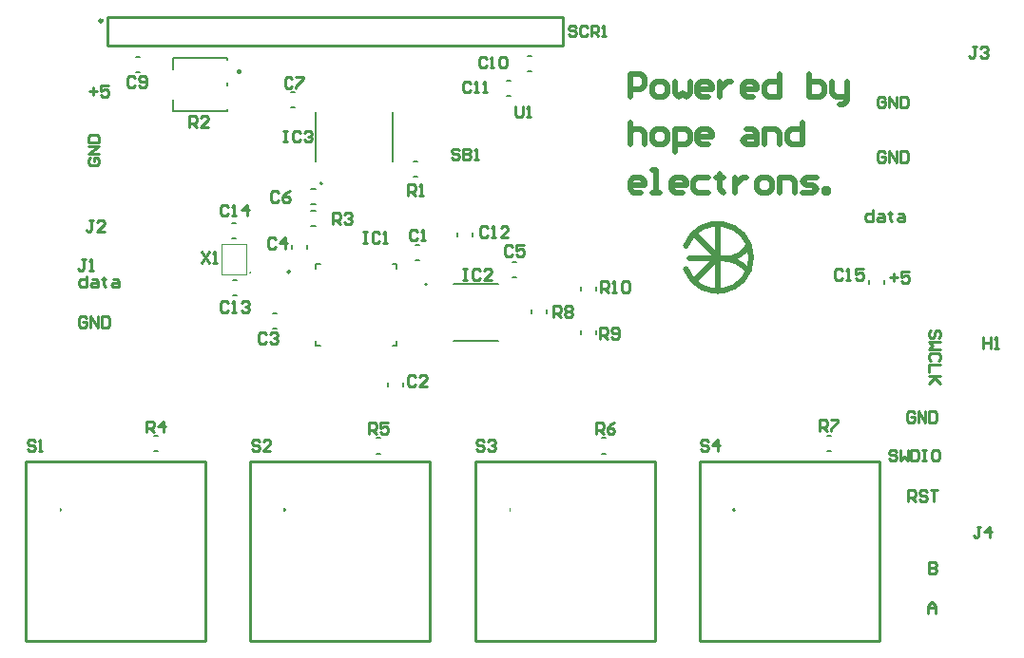
<source format=gto>
G04*
G04 #@! TF.GenerationSoftware,Altium Limited,Altium Designer,25.4.2 (15)*
G04*
G04 Layer_Color=65535*
%FSLAX44Y44*%
%MOMM*%
G71*
G04*
G04 #@! TF.SameCoordinates,E3562E81-9C74-4326-8BCA-3B8FE58CD66A*
G04*
G04*
G04 #@! TF.FilePolarity,Positive*
G04*
G01*
G75*
%ADD10C,0.3000*%
%ADD11C,0.2000*%
%ADD12C,0.5000*%
%ADD13C,0.4000*%
%ADD14C,0.1000*%
%ADD15C,0.1270*%
%ADD16C,0.2540*%
D10*
X88000Y573000D02*
G03*
X88000Y573000I-1000J0D01*
G01*
X50471Y136830D02*
G03*
X50471Y136830I-1J0D01*
G01*
X250471D02*
G03*
X250471Y136830I-1J0D01*
G01*
X450471D02*
G03*
X450471Y136830I-1J0D01*
G01*
X650471D02*
G03*
X650471Y136830I-1J0D01*
G01*
D11*
X220100Y348400D02*
G03*
X220100Y348400I-500J0D01*
G01*
X377550Y337950D02*
G03*
X377550Y337950I-1000J0D01*
G01*
X255770Y349230D02*
G03*
X255770Y349230I-1500J0D01*
G01*
X284020Y427830D02*
G03*
X284020Y427830I-1000J0D01*
G01*
X151000Y492270D02*
X199000D01*
Y538020D02*
Y540270D01*
Y515020D02*
Y517520D01*
Y492270D02*
Y494520D01*
X151000Y540270D02*
X199000D01*
X151000Y530020D02*
Y540270D01*
Y492270D02*
Y502520D01*
D12*
X644000Y361000D02*
G03*
X663060Y372004I0J22008D01*
G01*
X663426Y349741D02*
G03*
X640000Y361000I-23426J-18741D01*
G01*
X607809Y351739D02*
G03*
X607809Y372261I28191J10261D01*
G01*
X635000Y361000D02*
X644000D01*
X611000D02*
X636000D01*
X615000Y341000D02*
X636000Y362000D01*
Y362000D01*
Y361000D02*
Y362000D01*
X615000Y383000D02*
X636000Y362000D01*
Y332000D02*
Y392000D01*
X558000Y505313D02*
Y525307D01*
X567997D01*
X571329Y521975D01*
Y515310D01*
X567997Y511978D01*
X558000D01*
X581326Y505313D02*
X587990D01*
X591323Y508646D01*
Y515310D01*
X587990Y518643D01*
X581326D01*
X577994Y515310D01*
Y508646D01*
X581326Y505313D01*
X597987Y518643D02*
Y508646D01*
X601319Y505313D01*
X604652Y508646D01*
X607984Y505313D01*
X611316Y508646D01*
Y518643D01*
X627977Y505313D02*
X621313D01*
X617981Y508646D01*
Y515310D01*
X621313Y518643D01*
X627977D01*
X631310Y515310D01*
Y511978D01*
X617981D01*
X637974Y518643D02*
Y505313D01*
Y511978D01*
X641307Y515310D01*
X644639Y518643D01*
X647971D01*
X667965Y505313D02*
X661300D01*
X657968Y508646D01*
Y515310D01*
X661300Y518643D01*
X667965D01*
X671297Y515310D01*
Y511978D01*
X657968D01*
X691290Y525307D02*
Y505313D01*
X681294D01*
X677961Y508646D01*
Y515310D01*
X681294Y518643D01*
X691290D01*
X717949Y525307D02*
Y505313D01*
X727945D01*
X731277Y508646D01*
Y511978D01*
Y515310D01*
X727945Y518643D01*
X717949D01*
X737942D02*
Y508646D01*
X741274Y505313D01*
X751271D01*
Y501981D01*
X747939Y498649D01*
X744606D01*
X751271Y505313D02*
Y518643D01*
X558000Y482650D02*
Y462657D01*
Y472654D01*
X561332Y475986D01*
X567997D01*
X571329Y472654D01*
Y462657D01*
X581326D02*
X587990D01*
X591323Y465989D01*
Y472654D01*
X587990Y475986D01*
X581326D01*
X577994Y472654D01*
Y465989D01*
X581326Y462657D01*
X597987Y455992D02*
Y475986D01*
X607984D01*
X611316Y472654D01*
Y465989D01*
X607984Y462657D01*
X597987D01*
X627977D02*
X621313D01*
X617981Y465989D01*
Y472654D01*
X621313Y475986D01*
X627977D01*
X631310Y472654D01*
Y469321D01*
X617981D01*
X661300Y475986D02*
X667965D01*
X671297Y472654D01*
Y462657D01*
X661300D01*
X657968Y465989D01*
X661300Y469321D01*
X671297D01*
X677961Y462657D02*
Y475986D01*
X687958D01*
X691290Y472654D01*
Y462657D01*
X711284Y482650D02*
Y462657D01*
X701287D01*
X697955Y465989D01*
Y472654D01*
X701287Y475986D01*
X711284D01*
X567997Y420000D02*
X561332D01*
X558000Y423332D01*
Y429997D01*
X561332Y433329D01*
X567997D01*
X571329Y429997D01*
Y426665D01*
X558000D01*
X577994Y420000D02*
X584658D01*
X581326D01*
Y439994D01*
X577994D01*
X604652Y420000D02*
X597987D01*
X594655Y423332D01*
Y429997D01*
X597987Y433329D01*
X604652D01*
X607984Y429997D01*
Y426665D01*
X594655D01*
X627977Y433329D02*
X617981D01*
X614648Y429997D01*
Y423332D01*
X617981Y420000D01*
X627977D01*
X637974Y436661D02*
Y433329D01*
X634642D01*
X641307D01*
X637974D01*
Y423332D01*
X641307Y420000D01*
X651303Y433329D02*
Y420000D01*
Y426665D01*
X654635Y429997D01*
X657968Y433329D01*
X661300D01*
X674629Y420000D02*
X681294D01*
X684626Y423332D01*
Y429997D01*
X681294Y433329D01*
X674629D01*
X671297Y429997D01*
Y423332D01*
X674629Y420000D01*
X691290D02*
Y433329D01*
X701287D01*
X704619Y429997D01*
Y420000D01*
X711284D02*
X721281D01*
X724613Y423332D01*
X721281Y426665D01*
X714616D01*
X711284Y429997D01*
X714616Y433329D01*
X724613D01*
X731277Y420000D02*
Y423332D01*
X734610D01*
Y420000D01*
X731277D01*
D13*
X209290Y527700D02*
G03*
X209290Y527700I-0J0D01*
G01*
D14*
X215900Y346500D02*
Y373500D01*
X193900Y346500D02*
X215900D01*
X193900Y373500D02*
X215900D01*
X193900Y346500D02*
Y373500D01*
D15*
X527800Y332300D02*
Y335700D01*
X514200Y332300D02*
Y335700D01*
X527800Y293300D02*
Y296700D01*
X514200Y293300D02*
Y296700D01*
X203850Y379200D02*
X207250D01*
X203850Y392800D02*
X207250D01*
X134300Y189200D02*
X137700D01*
X134300Y202800D02*
X137700D01*
X401000Y287800D02*
X441000D01*
X401000Y338200D02*
X441000D01*
X278270Y355730D02*
X282170D01*
X278270Y351830D02*
Y355730D01*
Y283730D02*
Y287630D01*
Y283730D02*
X282170D01*
X346370D02*
X350270D01*
Y287630D01*
Y351830D02*
Y355730D01*
X346370D02*
X350270D01*
X448300Y519800D02*
X451700D01*
X448300Y506200D02*
X451700D01*
X204300Y328200D02*
X207700D01*
X204300Y341800D02*
X207700D01*
X240300Y311800D02*
X243700D01*
X240300Y298200D02*
X243700D01*
X270800Y369300D02*
Y372700D01*
X257200Y369300D02*
Y372700D01*
X274300Y409200D02*
X277700D01*
X274300Y422800D02*
X277700D01*
X256300Y496200D02*
X259700D01*
X256300Y509800D02*
X259700D01*
X342200Y247300D02*
Y250700D01*
X355800Y247300D02*
Y250700D01*
X367300Y359200D02*
X370700D01*
X367300Y372800D02*
X370700D01*
X274300Y390200D02*
X277700D01*
X274300Y403800D02*
X277700D01*
X346770Y447730D02*
Y491730D01*
X277770Y447730D02*
Y491730D01*
X365300Y447800D02*
X368700D01*
X365300Y434200D02*
X368700D01*
X404200Y380300D02*
Y383700D01*
X417800Y380300D02*
Y383700D01*
X453300Y344200D02*
X456700D01*
X453300Y357800D02*
X456700D01*
X470200Y312300D02*
Y315700D01*
X483800Y312300D02*
Y315700D01*
X733300Y202800D02*
X736700D01*
X733300Y189200D02*
X736700D01*
X533300Y200800D02*
X536700D01*
X533300Y187200D02*
X536700D01*
X332300Y200800D02*
X335700D01*
X332300Y187200D02*
X335700D01*
X467300Y528200D02*
X470700D01*
X467300Y541800D02*
X470700D01*
X118300Y540800D02*
X121700D01*
X118300Y527200D02*
X121700D01*
X771200Y338300D02*
Y341700D01*
X784800Y338300D02*
Y341700D01*
D16*
X180010Y20010D02*
Y180010D01*
X20010Y20010D02*
Y180010D01*
Y20010D02*
X180010D01*
X20010Y180010D02*
X180010D01*
X380010Y20010D02*
Y180010D01*
X220010Y20010D02*
Y180010D01*
Y20010D02*
X380010D01*
X220010Y180010D02*
X380010D01*
X580010Y20010D02*
Y180010D01*
X420010Y20010D02*
Y180010D01*
Y20010D02*
X580010D01*
X420010Y180010D02*
X580010D01*
X780010Y20010D02*
Y180010D01*
X620010Y20010D02*
Y180010D01*
Y20010D02*
X780010D01*
X620010Y180010D02*
X780010D01*
X498070Y551030D02*
Y576030D01*
X93070D02*
X498070D01*
X93070Y551030D02*
X498070D01*
X93070D02*
Y576030D01*
X832871Y289795D02*
X834537Y291462D01*
Y294794D01*
X832871Y296460D01*
X831205D01*
X829538Y294794D01*
Y291462D01*
X827872Y289795D01*
X826206D01*
X824540Y291462D01*
Y294794D01*
X826206Y296460D01*
X834537Y286463D02*
X824540D01*
X827872Y283131D01*
X824540Y279799D01*
X834537D01*
X832871Y269802D02*
X834537Y271468D01*
Y274800D01*
X832871Y276466D01*
X826206D01*
X824540Y274800D01*
Y271468D01*
X826206Y269802D01*
X834537Y266470D02*
X824540D01*
Y259805D01*
X834537Y256473D02*
X824540D01*
X827872D01*
X834537Y249808D01*
X829538Y254807D01*
X824540Y249808D01*
X795204Y188871D02*
X793538Y190537D01*
X790206D01*
X788540Y188871D01*
Y187204D01*
X790206Y185538D01*
X793538D01*
X795204Y183872D01*
Y182206D01*
X793538Y180540D01*
X790206D01*
X788540Y182206D01*
X798537Y190537D02*
Y180540D01*
X801869Y183872D01*
X805201Y180540D01*
Y190537D01*
X808534D02*
Y180540D01*
X813532D01*
X815198Y182206D01*
Y188871D01*
X813532Y190537D01*
X808534D01*
X818530D02*
X821863D01*
X820197D01*
Y180540D01*
X818530D01*
X821863D01*
X831859Y190537D02*
X828527D01*
X826861Y188871D01*
Y182206D01*
X828527Y180540D01*
X831859D01*
X833525Y182206D01*
Y188871D01*
X831859Y190537D01*
X805540Y144540D02*
Y154537D01*
X810538D01*
X812205Y152871D01*
Y149538D01*
X810538Y147872D01*
X805540D01*
X808872D02*
X812205Y144540D01*
X822201Y152871D02*
X820535Y154537D01*
X817203D01*
X815537Y152871D01*
Y151205D01*
X817203Y149538D01*
X820535D01*
X822201Y147872D01*
Y146206D01*
X820535Y144540D01*
X817203D01*
X815537Y146206D01*
X825534Y154537D02*
X832198D01*
X828866D01*
Y144540D01*
X824540Y90537D02*
Y80540D01*
X829538D01*
X831205Y82206D01*
Y83872D01*
X829538Y85538D01*
X824540D01*
X829538D01*
X831205Y87205D01*
Y88871D01*
X829538Y90537D01*
X824540D01*
X823540Y44540D02*
Y51205D01*
X826872Y54537D01*
X830204Y51205D01*
Y44540D01*
Y49538D01*
X823540D01*
X811205Y222871D02*
X809538Y224537D01*
X806206D01*
X804540Y222871D01*
Y216206D01*
X806206Y214540D01*
X809538D01*
X811205Y216206D01*
Y219538D01*
X807872D01*
X814537Y214540D02*
Y224537D01*
X821201Y214540D01*
Y224537D01*
X824534D02*
Y214540D01*
X829532D01*
X831198Y216206D01*
Y222871D01*
X829532Y224537D01*
X824534D01*
X74205Y307871D02*
X72538Y309537D01*
X69206D01*
X67540Y307871D01*
Y301206D01*
X69206Y299540D01*
X72538D01*
X74205Y301206D01*
Y304538D01*
X70872D01*
X77537Y299540D02*
Y309537D01*
X84201Y299540D01*
Y309537D01*
X87534D02*
Y299540D01*
X92532D01*
X94198Y301206D01*
Y307871D01*
X92532Y309537D01*
X87534D01*
X74205Y345537D02*
Y335540D01*
X69206D01*
X67540Y337206D01*
Y340538D01*
X69206Y342205D01*
X74205D01*
X79203D02*
X82535D01*
X84201Y340538D01*
Y335540D01*
X79203D01*
X77537Y337206D01*
X79203Y338872D01*
X84201D01*
X89200Y343871D02*
Y342205D01*
X87534D01*
X90866D01*
X89200D01*
Y337206D01*
X90866Y335540D01*
X97530Y342205D02*
X100863D01*
X102529Y340538D01*
Y335540D01*
X97530D01*
X95864Y337206D01*
X97530Y338872D01*
X102529D01*
X176336Y366998D02*
X183000Y357002D01*
Y366998D02*
X176336Y357002D01*
X186332D02*
X189664D01*
X187998D01*
Y366998D01*
X186332Y365332D01*
X789540Y344538D02*
X796205D01*
X792872Y347871D02*
Y341206D01*
X806201Y349537D02*
X799537D01*
Y344538D01*
X802869Y346204D01*
X804535D01*
X806201Y344538D01*
Y341206D01*
X804535Y339540D01*
X801203D01*
X799537Y341206D01*
X785204Y454871D02*
X783538Y456537D01*
X780206D01*
X778540Y454871D01*
Y448206D01*
X780206Y446540D01*
X783538D01*
X785204Y448206D01*
Y451538D01*
X781872D01*
X788537Y446540D02*
Y456537D01*
X795201Y446540D01*
Y456537D01*
X798534D02*
Y446540D01*
X803532D01*
X805198Y448206D01*
Y454871D01*
X803532Y456537D01*
X798534D01*
X785204Y503871D02*
X783538Y505537D01*
X780206D01*
X778540Y503871D01*
Y497206D01*
X780206Y495540D01*
X783538D01*
X785204Y497206D01*
Y500538D01*
X781872D01*
X788537Y495540D02*
Y505537D01*
X795201Y495540D01*
Y505537D01*
X798534D02*
Y495540D01*
X803532D01*
X805198Y497206D01*
Y503871D01*
X803532Y505537D01*
X798534D01*
X774204Y404537D02*
Y394540D01*
X769206D01*
X767540Y396206D01*
Y399538D01*
X769206Y401204D01*
X774204D01*
X779203D02*
X782535D01*
X784201Y399538D01*
Y394540D01*
X779203D01*
X777537Y396206D01*
X779203Y397872D01*
X784201D01*
X789200Y402871D02*
Y401204D01*
X787534D01*
X790866D01*
X789200D01*
Y396206D01*
X790866Y394540D01*
X797530Y401204D02*
X800863D01*
X802529Y399538D01*
Y394540D01*
X797530D01*
X795864Y396206D01*
X797530Y397872D01*
X802529D01*
X77129Y451204D02*
X75463Y449538D01*
Y446206D01*
X77129Y444540D01*
X83794D01*
X85460Y446206D01*
Y449538D01*
X83794Y451204D01*
X80462D01*
Y447872D01*
X85460Y454537D02*
X75463D01*
X85460Y461201D01*
X75463D01*
Y464534D02*
X85460D01*
Y469532D01*
X83794Y471198D01*
X77129D01*
X75463Y469532D01*
Y464534D01*
X76540Y510538D02*
X83204D01*
X79872Y513871D02*
Y507206D01*
X93201Y515537D02*
X86537D01*
Y510538D01*
X89869Y512205D01*
X91535D01*
X93201Y510538D01*
Y507206D01*
X91535Y505540D01*
X88203D01*
X86537Y507206D01*
X532504Y331002D02*
Y340998D01*
X537502D01*
X539169Y339332D01*
Y336000D01*
X537502Y334334D01*
X532504D01*
X535836D02*
X539169Y331002D01*
X542501D02*
X545833D01*
X544167D01*
Y340998D01*
X542501Y339332D01*
X550831D02*
X552498Y340998D01*
X555830D01*
X557496Y339332D01*
Y332668D01*
X555830Y331002D01*
X552498D01*
X550831Y332668D01*
Y339332D01*
X531669Y289002D02*
Y298998D01*
X536668D01*
X538334Y297332D01*
Y294000D01*
X536668Y292334D01*
X531669D01*
X535002D02*
X538334Y289002D01*
X541666Y290668D02*
X543332Y289002D01*
X546665D01*
X548331Y290668D01*
Y297332D01*
X546665Y298998D01*
X543332D01*
X541666Y297332D01*
Y295666D01*
X543332Y294000D01*
X548331D01*
X456055Y496998D02*
Y488668D01*
X457722Y487002D01*
X461054D01*
X462720Y488668D01*
Y496998D01*
X466052Y487002D02*
X469384D01*
X467718D01*
Y496998D01*
X466052Y495332D01*
X510003Y567332D02*
X508337Y568998D01*
X505005D01*
X503339Y567332D01*
Y565666D01*
X505005Y564000D01*
X508337D01*
X510003Y562334D01*
Y560668D01*
X508337Y559002D01*
X505005D01*
X503339Y560668D01*
X520000Y567332D02*
X518334Y568998D01*
X515002D01*
X513335Y567332D01*
Y560668D01*
X515002Y559002D01*
X518334D01*
X520000Y560668D01*
X523332Y559002D02*
Y568998D01*
X528331D01*
X529997Y567332D01*
Y564000D01*
X528331Y562334D01*
X523332D01*
X526665D02*
X529997Y559002D01*
X533329D02*
X536661D01*
X534995D01*
Y568998D01*
X533329Y567332D01*
X406002Y457332D02*
X404336Y458998D01*
X401003D01*
X399337Y457332D01*
Y455666D01*
X401003Y454000D01*
X404336D01*
X406002Y452334D01*
Y450668D01*
X404336Y449002D01*
X401003D01*
X399337Y450668D01*
X409334Y458998D02*
Y449002D01*
X414332D01*
X415998Y450668D01*
Y452334D01*
X414332Y454000D01*
X409334D01*
X414332D01*
X415998Y455666D01*
Y457332D01*
X414332Y458998D01*
X409334D01*
X419331Y449002D02*
X422663D01*
X420997D01*
Y458998D01*
X419331Y457332D01*
X428050Y197721D02*
X426384Y199387D01*
X423052D01*
X421386Y197721D01*
Y196054D01*
X423052Y194388D01*
X426384D01*
X428050Y192722D01*
Y191056D01*
X426384Y189390D01*
X423052D01*
X421386Y191056D01*
X431383Y197721D02*
X433049Y199387D01*
X436381D01*
X438047Y197721D01*
Y196054D01*
X436381Y194388D01*
X434715D01*
X436381D01*
X438047Y192722D01*
Y191056D01*
X436381Y189390D01*
X433049D01*
X431383Y191056D01*
X627948Y197721D02*
X626282Y199387D01*
X622950D01*
X621284Y197721D01*
Y196054D01*
X622950Y194388D01*
X626282D01*
X627948Y192722D01*
Y191056D01*
X626282Y189390D01*
X622950D01*
X621284Y191056D01*
X636279Y189390D02*
Y199387D01*
X631281Y194388D01*
X637945D01*
X227899Y197721D02*
X226232Y199387D01*
X222900D01*
X221234Y197721D01*
Y196054D01*
X222900Y194388D01*
X226232D01*
X227899Y192722D01*
Y191056D01*
X226232Y189390D01*
X222900D01*
X221234Y191056D01*
X237895Y189390D02*
X231231D01*
X237895Y196054D01*
Y197721D01*
X236229Y199387D01*
X232897D01*
X231231Y197721D01*
X28001D02*
X26334Y199387D01*
X23002D01*
X21336Y197721D01*
Y196054D01*
X23002Y194388D01*
X26334D01*
X28001Y192722D01*
Y191056D01*
X26334Y189390D01*
X23002D01*
X21336Y191056D01*
X31333Y189390D02*
X34665D01*
X32999D01*
Y199387D01*
X31333Y197721D01*
X489669Y309002D02*
Y318998D01*
X494668D01*
X496334Y317332D01*
Y314000D01*
X494668Y312334D01*
X489669D01*
X493002D02*
X496334Y309002D01*
X499666Y317332D02*
X501332Y318998D01*
X504664D01*
X506331Y317332D01*
Y315666D01*
X504664Y314000D01*
X506331Y312334D01*
Y310668D01*
X504664Y309002D01*
X501332D01*
X499666Y310668D01*
Y312334D01*
X501332Y314000D01*
X499666Y315666D01*
Y317332D01*
X501332Y314000D02*
X504664D01*
X726669Y207002D02*
Y216998D01*
X731668D01*
X733334Y215332D01*
Y212000D01*
X731668Y210334D01*
X726669D01*
X730002D02*
X733334Y207002D01*
X736666Y216998D02*
X743331D01*
Y215332D01*
X736666Y208668D01*
Y207002D01*
X527669Y205002D02*
Y214998D01*
X532668D01*
X534334Y213332D01*
Y210000D01*
X532668Y208334D01*
X527669D01*
X531002D02*
X534334Y205002D01*
X544331Y214998D02*
X540998Y213332D01*
X537666Y210000D01*
Y206668D01*
X539332Y205002D01*
X542664D01*
X544331Y206668D01*
Y208334D01*
X542664Y210000D01*
X537666D01*
X325669Y205002D02*
Y214998D01*
X330668D01*
X332334Y213332D01*
Y210000D01*
X330668Y208334D01*
X325669D01*
X329002D02*
X332334Y205002D01*
X342331Y214998D02*
X335666D01*
Y210000D01*
X338998Y211666D01*
X340664D01*
X342331Y210000D01*
Y206668D01*
X340664Y205002D01*
X337332D01*
X335666Y206668D01*
X127669Y206002D02*
Y215998D01*
X132668D01*
X134334Y214332D01*
Y211000D01*
X132668Y209334D01*
X127669D01*
X131002D02*
X134334Y206002D01*
X142664D02*
Y215998D01*
X137666Y211000D01*
X144331D01*
X293669Y392002D02*
Y401998D01*
X298668D01*
X300334Y400332D01*
Y397000D01*
X298668Y395334D01*
X293669D01*
X297002D02*
X300334Y392002D01*
X303666Y400332D02*
X305332Y401998D01*
X308665D01*
X310331Y400332D01*
Y398666D01*
X308665Y397000D01*
X306998D01*
X308665D01*
X310331Y395334D01*
Y393668D01*
X308665Y392002D01*
X305332D01*
X303666Y393668D01*
X165669Y478002D02*
Y487998D01*
X170668D01*
X172334Y486332D01*
Y483000D01*
X170668Y481334D01*
X165669D01*
X169002D02*
X172334Y478002D01*
X182331D02*
X175666D01*
X182331Y484666D01*
Y486332D01*
X180665Y487998D01*
X177332D01*
X175666Y486332D01*
X360336Y417002D02*
Y426998D01*
X365334D01*
X367000Y425332D01*
Y422000D01*
X365334Y420334D01*
X360336D01*
X363668D02*
X367000Y417002D01*
X370332D02*
X373665D01*
X371998D01*
Y426998D01*
X370332Y425332D01*
X870334Y121998D02*
X867002D01*
X868668D01*
Y113668D01*
X867002Y112002D01*
X865335D01*
X863669Y113668D01*
X878664Y112002D02*
Y121998D01*
X873666Y117000D01*
X880331D01*
X866334Y549998D02*
X863002D01*
X864668D01*
Y541668D01*
X863002Y540002D01*
X861336D01*
X859669Y541668D01*
X869666Y548332D02*
X871332Y549998D01*
X874665D01*
X876331Y548332D01*
Y546666D01*
X874665Y545000D01*
X872998D01*
X874665D01*
X876331Y543334D01*
Y541668D01*
X874665Y540002D01*
X871332D01*
X869666Y541668D01*
X80334Y394998D02*
X77002D01*
X78668D01*
Y386668D01*
X77002Y385002D01*
X75335D01*
X73669Y386668D01*
X90331Y385002D02*
X83666D01*
X90331Y391666D01*
Y393332D01*
X88665Y394998D01*
X85332D01*
X83666Y393332D01*
X73000Y359998D02*
X69668D01*
X71334D01*
Y351668D01*
X69668Y350002D01*
X68002D01*
X66336Y351668D01*
X76332Y350002D02*
X79665D01*
X77998D01*
Y359998D01*
X76332Y358332D01*
X249504Y474998D02*
X252836D01*
X251170D01*
Y465002D01*
X249504D01*
X252836D01*
X264499Y473332D02*
X262833Y474998D01*
X259501D01*
X257835Y473332D01*
Y466668D01*
X259501Y465002D01*
X262833D01*
X264499Y466668D01*
X267831Y473332D02*
X269498Y474998D01*
X272830D01*
X274496Y473332D01*
Y471666D01*
X272830Y470000D01*
X271164D01*
X272830D01*
X274496Y468334D01*
Y466668D01*
X272830Y465002D01*
X269498D01*
X267831Y466668D01*
X409504Y351998D02*
X412836D01*
X411170D01*
Y342002D01*
X409504D01*
X412836D01*
X424499Y350332D02*
X422833Y351998D01*
X419501D01*
X417835Y350332D01*
Y343668D01*
X419501Y342002D01*
X422833D01*
X424499Y343668D01*
X434496Y342002D02*
X427831D01*
X434496Y348666D01*
Y350332D01*
X432830Y351998D01*
X429498D01*
X427831Y350332D01*
X320170Y384998D02*
X323503D01*
X321836D01*
Y375002D01*
X320170D01*
X323503D01*
X335165Y383332D02*
X333499Y384998D01*
X330167D01*
X328501Y383332D01*
Y376668D01*
X330167Y375002D01*
X333499D01*
X335165Y376668D01*
X338498Y375002D02*
X341830D01*
X340164D01*
Y384998D01*
X338498Y383332D01*
X872336Y290998D02*
Y281002D01*
Y286000D01*
X879000D01*
Y290998D01*
Y281002D01*
X882332D02*
X885665D01*
X883998D01*
Y290998D01*
X882332Y289332D01*
X747169Y350332D02*
X745502Y351998D01*
X742170D01*
X740504Y350332D01*
Y343668D01*
X742170Y342002D01*
X745502D01*
X747169Y343668D01*
X750501Y342002D02*
X753833D01*
X752167D01*
Y351998D01*
X750501Y350332D01*
X765496Y351998D02*
X758831D01*
Y347000D01*
X762164Y348666D01*
X763830D01*
X765496Y347000D01*
Y343668D01*
X763830Y342002D01*
X760498D01*
X758831Y343668D01*
X200168Y407332D02*
X198502Y408998D01*
X195170D01*
X193504Y407332D01*
Y400668D01*
X195170Y399002D01*
X198502D01*
X200168Y400668D01*
X203501Y399002D02*
X206833D01*
X205167D01*
Y408998D01*
X203501Y407332D01*
X216830Y399002D02*
Y408998D01*
X211831Y404000D01*
X218496D01*
X200168Y321332D02*
X198502Y322998D01*
X195170D01*
X193504Y321332D01*
Y314668D01*
X195170Y313002D01*
X198502D01*
X200168Y314668D01*
X203501Y313002D02*
X206833D01*
X205167D01*
Y322998D01*
X203501Y321332D01*
X211831D02*
X213498Y322998D01*
X216830D01*
X218496Y321332D01*
Y319666D01*
X216830Y318000D01*
X215164D01*
X216830D01*
X218496Y316334D01*
Y314668D01*
X216830Y313002D01*
X213498D01*
X211831Y314668D01*
X431169Y388332D02*
X429502Y389998D01*
X426170D01*
X424504Y388332D01*
Y381668D01*
X426170Y380002D01*
X429502D01*
X431169Y381668D01*
X434501Y380002D02*
X437833D01*
X436167D01*
Y389998D01*
X434501Y388332D01*
X449496Y380002D02*
X442831D01*
X449496Y386666D01*
Y388332D01*
X447830Y389998D01*
X444498D01*
X442831Y388332D01*
X415835Y517332D02*
X414169Y518998D01*
X410836D01*
X409170Y517332D01*
Y510668D01*
X410836Y509002D01*
X414169D01*
X415835Y510668D01*
X419167Y509002D02*
X422499D01*
X420833D01*
Y518998D01*
X419167Y517332D01*
X427498Y509002D02*
X430830D01*
X429164D01*
Y518998D01*
X427498Y517332D01*
X430168Y539332D02*
X428502Y540998D01*
X425170D01*
X423504Y539332D01*
Y532668D01*
X425170Y531002D01*
X428502D01*
X430168Y532668D01*
X433501Y531002D02*
X436833D01*
X435167D01*
Y540998D01*
X433501Y539332D01*
X441832D02*
X443498Y540998D01*
X446830D01*
X448496Y539332D01*
Y532668D01*
X446830Y531002D01*
X443498D01*
X441832Y532668D01*
Y539332D01*
X117334Y522332D02*
X115668Y523998D01*
X112336D01*
X110669Y522332D01*
Y515668D01*
X112336Y514002D01*
X115668D01*
X117334Y515668D01*
X120666D02*
X122332Y514002D01*
X125665D01*
X127331Y515668D01*
Y522332D01*
X125665Y523998D01*
X122332D01*
X120666Y522332D01*
Y520666D01*
X122332Y519000D01*
X127331D01*
X257334Y521332D02*
X255668Y522998D01*
X252335D01*
X250669Y521332D01*
Y514668D01*
X252335Y513002D01*
X255668D01*
X257334Y514668D01*
X260666Y522998D02*
X267331D01*
Y521332D01*
X260666Y514668D01*
Y513002D01*
X245334Y419332D02*
X243668Y420998D01*
X240336D01*
X238669Y419332D01*
Y412668D01*
X240336Y411002D01*
X243668D01*
X245334Y412668D01*
X255331Y420998D02*
X251998Y419332D01*
X248666Y416000D01*
Y412668D01*
X250332Y411002D01*
X253665D01*
X255331Y412668D01*
Y414334D01*
X253665Y416000D01*
X248666D01*
X453334Y371332D02*
X451668Y372998D01*
X448335D01*
X446669Y371332D01*
Y364668D01*
X448335Y363002D01*
X451668D01*
X453334Y364668D01*
X463331Y372998D02*
X456666D01*
Y368000D01*
X459998Y369666D01*
X461665D01*
X463331Y368000D01*
Y364668D01*
X461665Y363002D01*
X458332D01*
X456666Y364668D01*
X242334Y378332D02*
X240668Y379998D01*
X237335D01*
X235669Y378332D01*
Y371668D01*
X237335Y370002D01*
X240668D01*
X242334Y371668D01*
X250665Y370002D02*
Y379998D01*
X245666Y375000D01*
X252331D01*
X234334Y293332D02*
X232668Y294998D01*
X229335D01*
X227669Y293332D01*
Y286668D01*
X229335Y285002D01*
X232668D01*
X234334Y286668D01*
X237666Y293332D02*
X239332Y294998D01*
X242665D01*
X244331Y293332D01*
Y291666D01*
X242665Y290000D01*
X240998D01*
X242665D01*
X244331Y288334D01*
Y286668D01*
X242665Y285002D01*
X239332D01*
X237666Y286668D01*
X367334Y255332D02*
X365668Y256998D01*
X362336D01*
X360669Y255332D01*
Y248668D01*
X362336Y247002D01*
X365668D01*
X367334Y248668D01*
X377331Y247002D02*
X370666D01*
X377331Y253666D01*
Y255332D01*
X375665Y256998D01*
X372332D01*
X370666Y255332D01*
X369000Y385332D02*
X367334Y386998D01*
X364002D01*
X362336Y385332D01*
Y378668D01*
X364002Y377002D01*
X367334D01*
X369000Y378668D01*
X372332Y377002D02*
X375665D01*
X373998D01*
Y386998D01*
X372332Y385332D01*
M02*

</source>
